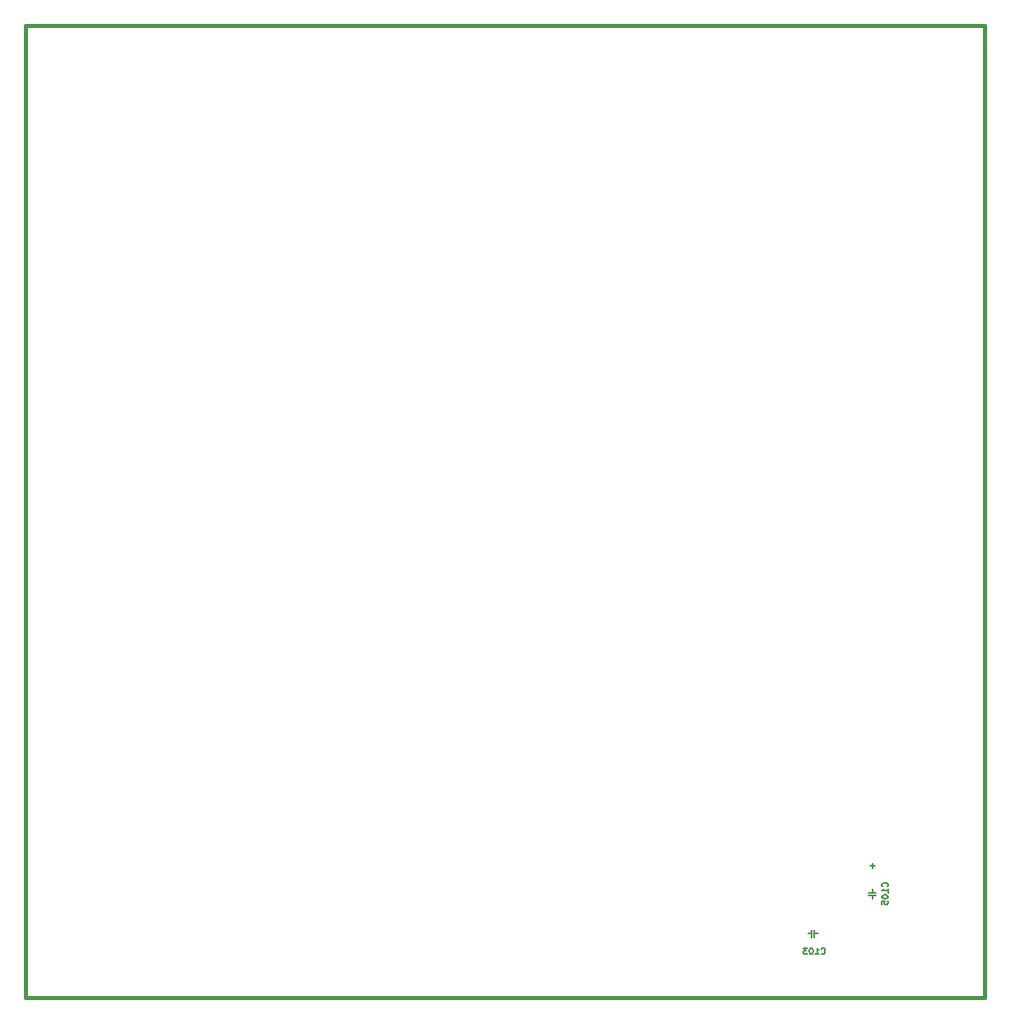
<source format=gbo>
G04 #@! TF.GenerationSoftware,KiCad,Pcbnew,(6.0.7)*
G04 #@! TF.CreationDate,2024-05-12T15:56:34+02:00*
G04 #@! TF.ProjectId,sbk6ac,73626b36-6163-42e6-9b69-6361645f7063,0432 -*
G04 #@! TF.SameCoordinates,Original*
G04 #@! TF.FileFunction,Legend,Bot*
G04 #@! TF.FilePolarity,Positive*
%FSLAX46Y46*%
G04 Gerber Fmt 4.6, Leading zero omitted, Abs format (unit mm)*
G04 Created by KiCad (PCBNEW (6.0.7)) date 2024-05-12 15:56:34*
%MOMM*%
%LPD*%
G01*
G04 APERTURE LIST*
%ADD10C,0.381000*%
%ADD11C,0.127000*%
G04 APERTURE END LIST*
D10*
X66294000Y-151511000D02*
X66294000Y-51689000D01*
X66294000Y-51689000D02*
X164846000Y-51689000D01*
X164846000Y-151511000D02*
X66294000Y-151511000D01*
X164846000Y-51689000D02*
X164846000Y-151511000D01*
D11*
X148010595Y-146976785D02*
X148040833Y-147007023D01*
X148131547Y-147037261D01*
X148192023Y-147037261D01*
X148282738Y-147007023D01*
X148343214Y-146946547D01*
X148373452Y-146886071D01*
X148403690Y-146765119D01*
X148403690Y-146674404D01*
X148373452Y-146553452D01*
X148343214Y-146492976D01*
X148282738Y-146432500D01*
X148192023Y-146402261D01*
X148131547Y-146402261D01*
X148040833Y-146432500D01*
X148010595Y-146462738D01*
X147405833Y-147037261D02*
X147768690Y-147037261D01*
X147587261Y-147037261D02*
X147587261Y-146402261D01*
X147647738Y-146492976D01*
X147708214Y-146553452D01*
X147768690Y-146583690D01*
X147012738Y-146402261D02*
X146952261Y-146402261D01*
X146891785Y-146432500D01*
X146861547Y-146462738D01*
X146831309Y-146523214D01*
X146801071Y-146644166D01*
X146801071Y-146795357D01*
X146831309Y-146916309D01*
X146861547Y-146976785D01*
X146891785Y-147007023D01*
X146952261Y-147037261D01*
X147012738Y-147037261D01*
X147073214Y-147007023D01*
X147103452Y-146976785D01*
X147133690Y-146916309D01*
X147163928Y-146795357D01*
X147163928Y-146644166D01*
X147133690Y-146523214D01*
X147103452Y-146462738D01*
X147073214Y-146432500D01*
X147012738Y-146402261D01*
X146589404Y-146402261D02*
X146196309Y-146402261D01*
X146407976Y-146644166D01*
X146317261Y-146644166D01*
X146256785Y-146674404D01*
X146226547Y-146704642D01*
X146196309Y-146765119D01*
X146196309Y-146916309D01*
X146226547Y-146976785D01*
X146256785Y-147007023D01*
X146317261Y-147037261D01*
X146498690Y-147037261D01*
X146559166Y-147007023D01*
X146589404Y-146976785D01*
X154811185Y-140107004D02*
X154841423Y-140076766D01*
X154871661Y-139986052D01*
X154871661Y-139925576D01*
X154841423Y-139834861D01*
X154780947Y-139774385D01*
X154720471Y-139744147D01*
X154599519Y-139713909D01*
X154508804Y-139713909D01*
X154387852Y-139744147D01*
X154327376Y-139774385D01*
X154266900Y-139834861D01*
X154236661Y-139925576D01*
X154236661Y-139986052D01*
X154266900Y-140076766D01*
X154297138Y-140107004D01*
X154871661Y-140711766D02*
X154871661Y-140348909D01*
X154871661Y-140530338D02*
X154236661Y-140530338D01*
X154327376Y-140469861D01*
X154387852Y-140409385D01*
X154418090Y-140348909D01*
X154236661Y-141104861D02*
X154236661Y-141165338D01*
X154266900Y-141225814D01*
X154297138Y-141256052D01*
X154357614Y-141286290D01*
X154478566Y-141316528D01*
X154629757Y-141316528D01*
X154750709Y-141286290D01*
X154811185Y-141256052D01*
X154841423Y-141225814D01*
X154871661Y-141165338D01*
X154871661Y-141104861D01*
X154841423Y-141044385D01*
X154811185Y-141014147D01*
X154750709Y-140983909D01*
X154629757Y-140953671D01*
X154478566Y-140953671D01*
X154357614Y-140983909D01*
X154297138Y-141014147D01*
X154266900Y-141044385D01*
X154236661Y-141104861D01*
X154236661Y-141891052D02*
X154236661Y-141588671D01*
X154539042Y-141558433D01*
X154508804Y-141588671D01*
X154478566Y-141649147D01*
X154478566Y-141800338D01*
X154508804Y-141860814D01*
X154539042Y-141891052D01*
X154599519Y-141921290D01*
X154750709Y-141921290D01*
X154811185Y-141891052D01*
X154841423Y-141860814D01*
X154871661Y-141800338D01*
X154871661Y-141649147D01*
X154841423Y-141588671D01*
X154811185Y-141558433D01*
X147066000Y-144907000D02*
X147066000Y-145288000D01*
X147066000Y-145288000D02*
X147066000Y-144526000D01*
X147320000Y-145288000D02*
X147320000Y-144526000D01*
X147320000Y-144907000D02*
X147701000Y-144907000D01*
X146685000Y-144907000D02*
X147066000Y-144907000D01*
X153289000Y-140716000D02*
X153289000Y-140335000D01*
X153670000Y-140970000D02*
X152908000Y-140970000D01*
X153543000Y-137922000D02*
X153035000Y-137922000D01*
X153289000Y-140970000D02*
X153670000Y-140970000D01*
X153670000Y-140716000D02*
X152908000Y-140716000D01*
X153289000Y-141351000D02*
X153289000Y-140970000D01*
X153289000Y-138176000D02*
X153289000Y-137668000D01*
M02*

</source>
